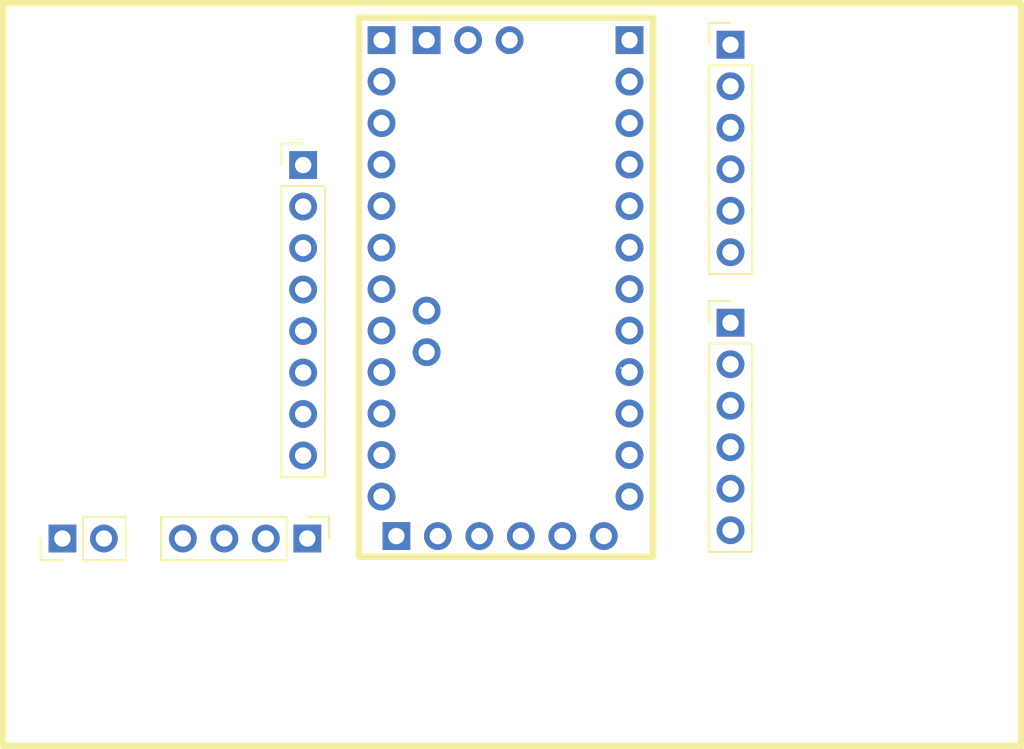
<source format=kicad_pcb>
(kicad_pcb (version 20211014) (generator pcbnew)
  (layers (0 "F.Cu" signal) (31 "B.Cu" signal) (34 "B.Paste" user) (35 "F.Paste" user) (36 "B.SilkS" user "B.Silkscreen") (37 "F.SilkS" user "F.Silkscreen") (38 "B.Mask" user) (39 "F.Mask" user) (44 "Edge.Cuts" user))
  (net 0 "")
  (net 15 "VCC")
  (net 16 "SDA")
  (net 17 "SCL")
  (net 18 "GND")
  (net 19 "RST")
  (net 20 "TXD")
  (net 21 "RXD")
  (net 22 "INT")
  (net 23 "IN1")
  (net 24 "EN1")
  (net 25 "EN2")
  (net 26 "IN2")
  (net 27 "IN3")
  (net 28 "IN4")
  (net 29 "D11")
  (net 30 "D12")
  (net 31 "D13")
  (net 32 "XDA")
  (net 33 "XCL")
  (net 34 "AD0")
  (footprint "Connector_PinHeader_2.54mm:PinHeader_1x02_P2.54mm_Vertical" (layer "F.Cu") (at 83.307 74.168 90)
    (fp_text reference "J5" hide)
    (fp_text value "Conn_01x02_Female" hide)
    (fp_line (start -1.33 -1.33) (end 0 -1.33) (layer "F.SilkS") (width 0.12))
    (fp_line (start -1.33 1.27) (end -1.33 3.87) (layer "F.SilkS") (width 0.12))
    (fp_line (start -1.33 3.87) (end 1.33 3.87) (layer "F.SilkS") (width 0.12))
    (fp_line (start 1.33 1.27) (end 1.33 3.87) (layer "F.SilkS") (width 0.12))
    (fp_line (start -1.33 0) (end -1.33 -1.33) (layer "F.SilkS") (width 0.12))
    (fp_line (start -1.33 1.27) (end 1.33 1.27) (layer "F.SilkS") (width 0.12))
    (pad "1" thru_hole rect (at 0 0 90) (size 1.7 1.7) (drill 1) (layers *.Cu *.Mask) (net 18 "GND"))
    (pad "2" thru_hole oval (at 0 2.54 90) (size 1.7 1.7) (drill 1) (layers *.Cu *.Mask) (net 15 "VCC"))
  )
  (footprint "Connector_PinHeader_2.54mm:PinHeader_1x06_P2.54mm_Vertical" (layer "F.Cu") (at 124.206 43.942)
    (fp_text reference "J2" hide)
    (fp_text value "Conn_01x06_Female" hide)
    (fp_line (start -1.33 1.27) (end -1.33 14.03) (layer "F.SilkS") (width 0.12))
    (fp_line (start -1.33 0) (end -1.33 -1.33) (layer "F.SilkS") (width 0.12))
    (fp_line (start -1.33 1.27) (end 1.33 1.27) (layer "F.SilkS") (width 0.12))
    (fp_line (start 1.33 1.27) (end 1.33 14.03) (layer "F.SilkS") (width 0.12))
    (fp_line (start -1.33 14.03) (end 1.33 14.03) (layer "F.SilkS") (width 0.12))
    (fp_line (start -1.33 -1.33) (end 0 -1.33) (layer "F.SilkS") (width 0.12))
    (pad "1" thru_hole rect (at 0 0) (size 1.7 1.7) (drill 1) (layers *.Cu *.Mask) (net 25 "EN2"))
    (pad "2" thru_hole oval (at 0 2.54) (size 1.7 1.7) (drill 1) (layers *.Cu *.Mask) (net 28 "IN4"))
    (pad "3" thru_hole oval (at 0 5.08) (size 1.7 1.7) (drill 1) (layers *.Cu *.Mask) (net 27 "IN3"))
    (pad "4" thru_hole oval (at 0 7.62) (size 1.7 1.7) (drill 1) (layers *.Cu *.Mask) (net 26 "IN2"))
    (pad "5" thru_hole oval (at 0 10.16) (size 1.7 1.7) (drill 1) (layers *.Cu *.Mask) (net 23 "IN1"))
    (pad "6" thru_hole oval (at 0 12.7) (size 1.7 1.7) (drill 1) (layers *.Cu *.Mask) (net 24 "EN1"))
  )
  (footprint "Connector_PinHeader_2.54mm:PinHeader_1x06_P2.54mm_Vertical" (layer "F.Cu") (at 124.206 60.96)
    (fp_text reference "J4" hide)
    (fp_text value "Conn_01x06_Female" hide)
    (fp_line (start -1.33 0) (end -1.33 -1.33) (layer "F.SilkS") (width 0.12))
    (fp_line (start 1.33 1.27) (end 1.33 14.03) (layer "F.SilkS") (width 0.12))
    (fp_line (start -1.33 -1.33) (end 0 -1.33) (layer "F.SilkS") (width 0.12))
    (fp_line (start -1.33 1.27) (end -1.33 14.03) (layer "F.SilkS") (width 0.12))
    (fp_line (start -1.33 1.27) (end 1.33 1.27) (layer "F.SilkS") (width 0.12))
    (fp_line (start -1.33 14.03) (end 1.33 14.03) (layer "F.SilkS") (width 0.12))
    (pad "1" thru_hole rect (at 0 0) (size 1.7 1.7) (drill 1) (layers *.Cu *.Mask) (net 15 "VCC"))
    (pad "2" thru_hole oval (at 0 2.54) (size 1.7 1.7) (drill 1) (layers *.Cu *.Mask) (net 18 "GND"))
    (pad "3" thru_hole oval (at 0 5.08) (size 1.7 1.7) (drill 1) (layers *.Cu *.Mask) (net 19 "RST"))
    (pad "4" thru_hole oval (at 0 7.62) (size 1.7 1.7) (drill 1) (layers *.Cu *.Mask) (net 29 "D11"))
    (pad "5" thru_hole oval (at 0 10.16) (size 1.7 1.7) (drill 1) (layers *.Cu *.Mask) (net 30 "D12"))
    (pad "6" thru_hole oval (at 0 12.7) (size 1.7 1.7) (drill 1) (layers *.Cu *.Mask) (net 31 "D13"))
  )
  (footprint "Connector_PinHeader_2.54mm:PinHeader_1x04_P2.54mm_Vertical" (layer "F.Cu") (at 98.298 74.168 -90)
    (fp_text reference "J3" hide)
    (fp_text value "Conn_01x04_Female" hide)
    (fp_line (start -1.33 8.95) (end 1.33 8.95) (layer "F.SilkS") (width 0.12))
    (fp_line (start 1.33 1.27) (end 1.33 8.95) (layer "F.SilkS") (width 0.12))
    (fp_line (start -1.33 1.27) (end -1.33 8.95) (layer "F.SilkS") (width 0.12))
    (fp_line (start -1.33 1.27) (end 1.33 1.27) (layer "F.SilkS") (width 0.12))
    (fp_line (start -1.33 -1.33) (end 0 -1.33) (layer "F.SilkS") (width 0.12))
    (fp_line (start -1.33 0) (end -1.33 -1.33) (layer "F.SilkS") (width 0.12))
    (pad "1" thru_hole rect (at 0 0 270) (size 1.7 1.7) (drill 1) (layers *.Cu *.Mask) (net 15 "VCC"))
    (pad "2" thru_hole oval (at 0 2.54 270) (size 1.7 1.7) (drill 1) (layers *.Cu *.Mask) (net 18 "GND"))
    (pad "3" thru_hole oval (at 0 5.08 270) (size 1.7 1.7) (drill 1) (layers *.Cu *.Mask) (net 21 "RXD"))
    (pad "4" thru_hole oval (at 0 7.62 270) (size 1.7 1.7) (drill 1) (layers *.Cu *.Mask) (net 20 "TXD"))
  )
  (footprint "Library:Arduino Pro Mini" (layer "F.Cu") (at 109.474 57.15)
    (fp_text reference "A1" hide)
    (fp_text value "Arduino_Leonardo" hide)
    (fp_line (start 8.042 6.576) (end 8.042 6.576) (layer "F.SilkS") (width 0.12))
    (fp_rect (start -8.01 -14.87) (end 9.99 18.13) (layer "F.SilkS") (width 0.4) (fill none))
    (pad "1" thru_hole oval (at 6.976 16.87 90) (size 1.7 1.7) (drill 1) (layers *.Cu *.Mask))
    (pad "2" thru_hole oval (at -0.644 16.87 90) (size 1.7 1.7) (drill 1) (layers *.Cu *.Mask) (net 15 "VCC"))
    (pad "3" thru_hole oval (at -3.184 16.87 90) (size 1.7 1.7) (drill 1) (layers *.Cu *.Mask) (net 18 "GND"))
    (pad "4" thru_hole rect (at -5.724 16.87 90) (size 1.7 1.7) (drill 1) (layers *.Cu *.Mask) (net 18 "GND"))
    (pad "5" thru_hole oval (at -6.63 14.45) (size 1.7 1.7) (drill 1) (layers *.Cu *.Mask))
    (pad "6" thru_hole oval (at -6.63 11.91) (size 1.7 1.7) (drill 1) (layers *.Cu *.Mask) (net 18 "GND"))
    (pad "7" thru_hole oval (at -6.63 9.37) (size 1.7 1.7) (drill 1) (layers *.Cu *.Mask) (net 19 "RST"))
    (pad "8" thru_hole oval (at -6.63 6.83) (size 1.7 1.7) (drill 1) (layers *.Cu *.Mask))
    (pad "9" thru_hole oval (at 1.21 -13.49 90) (size 1.7 1.7) (drill 1) (layers *.Cu *.Mask) (net 18 "GND"))
    (pad "10" thru_hole oval (at 8.55 9.37) (size 1.7 1.7) (drill 1) (layers *.Cu *.Mask))
    (pad "11" thru_hole oval (at 8.55 6.83) (size 1.7 1.7) (drill 1) (layers *.Cu *.Mask) (net 18 "GND"))
    (pad "12" thru_hole oval (at 4.436 16.87 90) (size 1.7 1.7) (drill 1) (layers *.Cu *.Mask) (net 20 "TXD"))
    (pad "13" thru_hole oval (at 1.896 16.87 90) (size 1.7 1.7) (drill 1) (layers *.Cu *.Mask) (net 21 "RXD"))
    (pad "A0" thru_hole oval (at -6.63 -3.33) (size 1.7 1.7) (drill 1) (layers *.Cu *.Mask))
    (pad "A1" thru_hole oval (at -6.63 -0.79) (size 1.7 1.7) (drill 1) (layers *.Cu *.Mask))
    (pad "A2" thru_hole oval (at -6.63 1.75) (size 1.7 1.7) (drill 1) (layers *.Cu *.Mask))
    (pad "A3" thru_hole oval (at -6.63 4.29) (size 1.7 1.7) (drill 1) (layers *.Cu *.Mask))
    (pad "A4" thru_hole oval (at -3.87 5.61 180) (size 1.7 1.7) (drill 1) (layers *.Cu *.Mask) (net 16 "SDA"))
    (pad "A5" thru_hole oval (at -3.87 3.07 180) (size 1.7 1.7) (drill 1) (layers *.Cu *.Mask) (net 17 "SCL"))
    (pad "A6" thru_hole oval (at -1.33 -13.49 90) (size 1.7 1.7) (drill 1) (layers *.Cu *.Mask))
    (pad "A7" thru_hole rect (at -3.87 -13.49 90) (size 1.7 1.7) (drill 1) (layers *.Cu *.Mask))
    (pad "D0" thru_hole oval (at 8.55 11.91) (size 1.7 1.7) (drill 1) (layers *.Cu *.Mask))
    (pad "D1" thru_hole oval (at 8.55 14.45) (size 1.7 1.7) (drill 1) (layers *.Cu *.Mask))
    (pad "D2" thru_hole oval (at 8.55 4.29) (size 1.7 1.7) (drill 1) (layers *.Cu *.Mask) (net 22 "INT"))
    (pad "D3" thru_hole oval (at 8.55 1.75) (size 1.7 1.7) (drill 1) (layers *.Cu *.Mask))
    (pad "D4" thru_hole oval (at 8.55 -0.79) (size 1.7 1.7) (drill 1) (layers *.Cu *.Mask) (net 23 "IN1"))
    (pad "D5" thru_hole oval (at 8.55 -3.33) (size 1.7 1.7) (drill 1) (layers *.Cu *.Mask) (net 24 "EN1"))
    (pad "D6" thru_hole oval (at 8.55 -5.87) (size 1.7 1.7) (drill 1) (layers *.Cu *.Mask) (net 25 "EN2"))
    (pad "D7" thru_hole oval (at 8.55 -8.41) (size 1.7 1.7) (drill 1) (layers *.Cu *.Mask) (net 26 "IN2"))
    (pad "D8" thru_hole oval (at 8.55 -10.95) (size 1.7 1.7) (drill 1) (layers *.Cu *.Mask) (net 27 "IN3"))
    (pad "D9" thru_hole rect (at 8.55 -13.49) (size 1.7 1.7) (drill 1) (layers *.Cu *.Mask) (net 28 "IN4"))
    (pad "D10" thru_hole rect (at -6.63 -13.49) (size 1.7 1.7) (drill 1) (layers *.Cu *.Mask))
    (pad "D11" thru_hole oval (at -6.63 -10.95) (size 1.7 1.7) (drill 1) (layers *.Cu *.Mask) (net 29 "D11"))
    (pad "D12" thru_hole oval (at -6.63 -8.41) (size 1.7 1.7) (drill 1) (layers *.Cu *.Mask) (net 30 "D12"))
    (pad "D13" thru_hole oval (at -6.63 -5.87) (size 1.7 1.7) (drill 1) (layers *.Cu *.Mask) (net 31 "D13"))
  )
  (footprint "Connector_PinHeader_2.54mm:PinHeader_1x08_P2.54mm_Vertical" (layer "F.Cu") (at 98.044 51.308)
    (fp_text reference "J1" hide)
    (fp_text value "Conn_01x08_Female" hide)
    (fp_line (start -1.33 -1.33) (end 0 -1.33) (layer "F.SilkS") (width 0.12))
    (fp_line (start 1.33 1.27) (end 1.33 19.11) (layer "F.SilkS") (width 0.12))
    (fp_line (start -1.33 1.27) (end -1.33 19.11) (layer "F.SilkS") (width 0.12))
    (fp_line (start -1.33 19.11) (end 1.33 19.11) (layer "F.SilkS") (width 0.12))
    (fp_line (start -1.33 0) (end -1.33 -1.33) (layer "F.SilkS") (width 0.12))
    (fp_line (start -1.33 1.27) (end 1.33 1.27) (layer "F.SilkS") (width 0.12))
    (pad "1" thru_hole rect (at 0 0) (size 1.7 1.7) (drill 1) (layers *.Cu *.Mask) (net 15 "VCC"))
    (pad "2" thru_hole oval (at 0 2.54) (size 1.7 1.7) (drill 1) (layers *.Cu *.Mask) (net 18 "GND"))
    (pad "3" thru_hole oval (at 0 5.08) (size 1.7 1.7) (drill 1) (layers *.Cu *.Mask) (net 17 "SCL"))
    (pad "4" thru_hole oval (at 0 7.62) (size 1.7 1.7) (drill 1) (layers *.Cu *.Mask) (net 16 "SDA"))
    (pad "5" thru_hole oval (at 0 10.16) (size 1.7 1.7) (drill 1) (layers *.Cu *.Mask) (net 32 "XDA"))
    (pad "6" thru_hole oval (at 0 12.7) (size 1.7 1.7) (drill 1) (layers *.Cu *.Mask) (net 33 "XCL"))
    (pad "7" thru_hole oval (at 0 15.24) (size 1.7 1.7) (drill 1) (layers *.Cu *.Mask) (net 34 "AD0"))
    (pad "8" thru_hole oval (at 0 17.78) (size 1.7 1.7) (drill 1) (layers *.Cu *.Mask) (net 22 "INT"))
  )
  (gr_rect (start 79.686 41.402) (end 141.986 86.868) (layer "F.SilkS") (width 0.4) (fill none))
)
</source>
